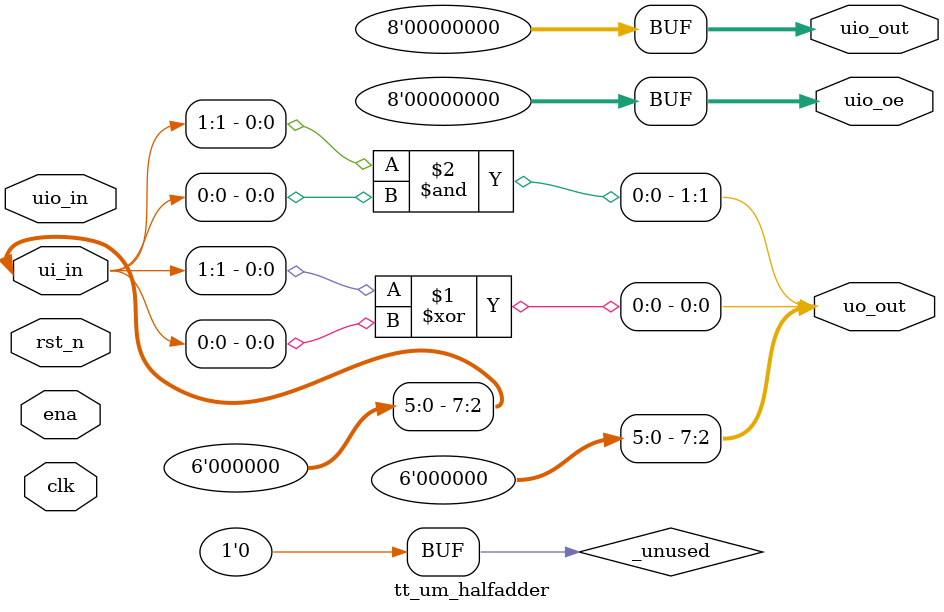
<source format=v>
`default_nettype none

  module tt_um_halfadder (
      input  wire [7:0] ui_in,    // Dedicated inputs
      output wire [7:0] uo_out,   // Dedicated outputs
      input  wire [7:0] uio_in,   // IOs: Input path
      output wire [7:0] uio_out,  // IOs: Output path
      output wire [7:0] uio_oe,   // IOs: Enable path (active high: 0=input, 1=output)
      input  wire       ena,      // always 1 when the design is powered, so you can ignore it
      input  wire       clk,      // clock
      input  wire       rst_n     // reset_n - low to reset
  );
  
  
    // All used pins.
      assign uo_out[0] = ui_in[1] ^ ui_in[0];  //sum
      assign uo_out[1] = ui_in[1] & ui_in[0]; //carry

    // All unused pins to be assigned to ground or 0.
      assign uio_out = 0;
      assign uio_oe  = 0;
      assign uo_out[7:2] = 0;
      assign ui_in [7:2] = 0;

    // List all unused inputs to prevent warnings
      wire _unused = &{ena, clk, rst_n, 1'b0};

  endmodule

</source>
